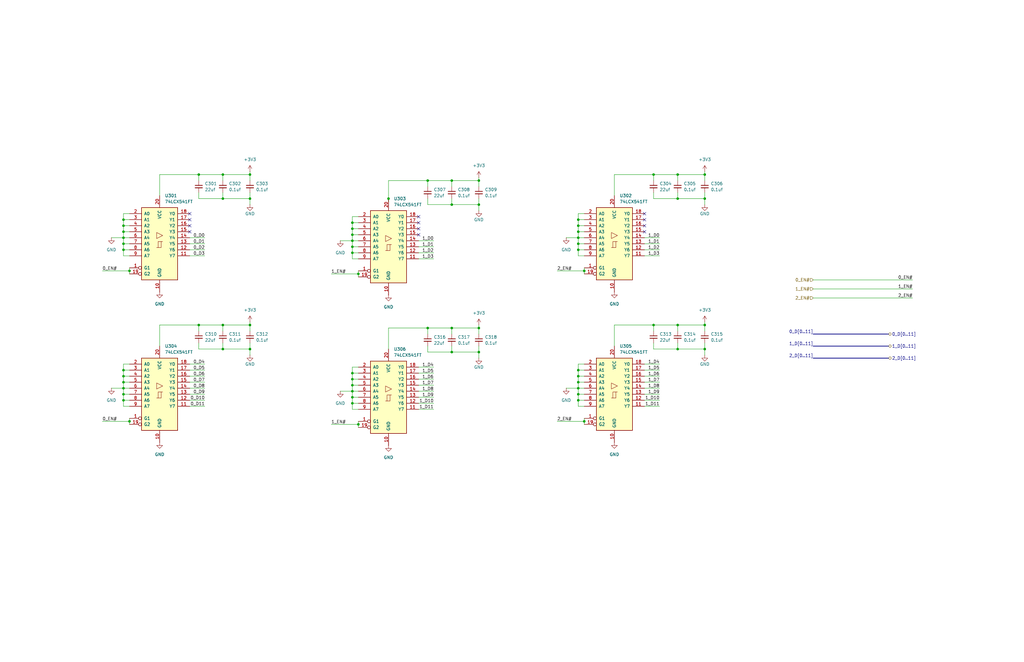
<source format=kicad_sch>
(kicad_sch (version 20231120) (generator "eeschema") (generator_version "8.0")
  (paper "USLedger")
  (lib_symbols
    (symbol "74xx:74LS541" (pin_names (offset 1.016))
      (property "Reference" "U" (at -7.62 16.51 0))
      (property "Value" "74LS541" (at -7.62 -16.51 0))
      (symbol "74LS541_1_0"
        (polyline (pts (xy -0.635 -1.6002) (xy -0.635 0.9398) (xy 0.635 0.9398)))
        (polyline (pts (xy -1.27 -1.6002) (xy 0.635 -1.6002) (xy 0.635 0.9398) (xy 1.27 0.9398)))
        (polyline (pts (xy 1.27 3.4798) (xy -1.27 4.7498) (xy -1.27 2.2098) (xy 1.27 3.4798)) (stroke (width 0.1524)))
        (pin input inverted (at -12.7 -10.16 0) (length 5.08) (name "G1") (number "1"))
        (pin power_in line (at 0 -20.32 90) (length 5.08) (name "GND") (number "10"))
        (pin tri_state line (at 12.7 -5.08 180) (length 5.08) (name "Y7") (number "11"))
        (pin tri_state line (at 12.7 -2.54 180) (length 5.08) (name "Y6") (number "12"))
        (pin tri_state line (at 12.7 0 180) (length 5.08) (name "Y5") (number "13"))
        (pin tri_state line (at 12.7 2.54 180) (length 5.08) (name "Y4") (number "14"))
        (pin tri_state line (at 12.7 5.08 180) (length 5.08) (name "Y3") (number "15"))
        (pin tri_state line (at 12.7 7.62 180) (length 5.08) (name "Y2") (number "16"))
        (pin tri_state line (at 12.7 10.16 180) (length 5.08) (name "Y1") (number "17"))
        (pin tri_state line (at 12.7 12.7 180) (length 5.08) (name "Y0") (number "18"))
        (pin input inverted (at -12.7 -12.7 0) (length 5.08) (name "G2") (number "19"))
        (pin input line (at -12.7 12.7 0) (length 5.08) (name "A0") (number "2"))
        (pin power_in line (at 0 20.32 270) (length 5.08) (name "VCC") (number "20"))
        (pin input line (at -12.7 10.16 0) (length 5.08) (name "A1") (number "3"))
        (pin input line (at -12.7 7.62 0) (length 5.08) (name "A2") (number "4"))
        (pin input line (at -12.7 5.08 0) (length 5.08) (name "A3") (number "5"))
        (pin input line (at -12.7 2.54 0) (length 5.08) (name "A4") (number "6"))
        (pin input line (at -12.7 0 0) (length 5.08) (name "A5") (number "7"))
        (pin input line (at -12.7 -2.54 0) (length 5.08) (name "A6") (number "8"))
        (pin input line (at -12.7 -5.08 0) (length 5.08) (name "A7") (number "9"))
      )
      (symbol "74LS541_1_1"
        (rectangle (start -7.62 15.24) (end 7.62 -15.24) (stroke (width 0.254)) (fill (type background)))
      )
    )
    (symbol "74xx:74LS573" (pin_names (offset 1.016))
      (property "Reference" "U" (at -7.62 16.51 0))
      (property "Value" "74LS573" (at -7.62 -16.51 0))
      (symbol "74LS573_1_0"
        (pin input inverted (at -12.7 -12.7 0) (length 5.08) (name "OE") (number "1"))
        (pin power_in line (at 0 -20.32 90) (length 5.08) (name "GND") (number "10"))
        (pin input line (at -12.7 -10.16 0) (length 5.08) (name "Load") (number "11"))
        (pin tri_state line (at 12.7 -5.08 180) (length 5.08) (name "Q7") (number "12"))
        (pin tri_state line (at 12.7 -2.54 180) (length 5.08) (name "Q6") (number "13"))
        (pin tri_state line (at 12.7 0 180) (length 5.08) (name "Q5") (number "14"))
        (pin tri_state line (at 12.7 2.54 180) (length 5.08) (name "Q4") (number "15"))
        (pin tri_state line (at 12.7 5.08 180) (length 5.08) (name "Q3") (number "16"))
        (pin tri_state line (at 12.7 7.62 180) (length 5.08) (name "Q2") (number "17"))
        (pin tri_state line (at 12.7 10.16 180) (length 5.08) (name "Q1") (number "18"))
        (pin tri_state line (at 12.7 12.7 180) (length 5.08) (name "Q0") (number "19"))
        (pin input line (at -12.7 12.7 0) (length 5.08) (name "D0") (number "2"))
        (pin power_in line (at 0 20.32 270) (length 5.08) (name "VCC") (number "20"))
        (pin input line (at -12.7 10.16 0) (length 5.08) (name "D1") (number "3"))
        (pin input line (at -12.7 7.62 0) (length 5.08) (name "D2") (number "4"))
        (pin input line (at -12.7 5.08 0) (length 5.08) (name "D3") (number "5"))
        (pin input line (at -12.7 2.54 0) (length 5.08) (name "D4") (number "6"))
        (pin input line (at -12.7 0 0) (length 5.08) (name "D5") (number "7"))
        (pin input line (at -12.7 -2.54 0) (length 5.08) (name "D6") (number "8"))
        (pin input line (at -12.7 -5.08 0) (length 5.08) (name "D7") (number "9"))
      )
      (symbol "74LS573_1_1"
        (rectangle (start -7.62 15.24) (end 7.62 -15.24) (stroke (width 0.254)) (fill (type background)))
      )
    )
    (symbol "Device:C_Small" (pin_numbers hide) (pin_names (offset 0.254) hide)
      (property "Reference" "C" (at 0.254 1.778 0))
      (property "Value" "C_Small" (at 0.254 -2.032 0))
      (symbol "C_Small_0_1"
        (polyline (pts (xy -1.524 -0.508) (xy 1.524 -0.508)) (stroke (width 0.3302)))
        (polyline (pts (xy -1.524 0.508) (xy 1.524 0.508)) (stroke (width 0.3048)))
      )
      (symbol "C_Small_1_1"
        (pin passive line (at 0 2.54 270) (length 2.032) (name "~") (number "1"))
        (pin passive line (at 0 -2.54 90) (length 2.032) (name "~") (number "2"))
      )
    )
    (symbol "power:+3V3" (power) (pin_numbers hide) (pin_names (offset 0) hide)
      (property "Value" "+3V3" (at 0 3.556 0))
      (symbol "+3V3_0_1"
        (polyline (pts (xy -0.762 1.27) (xy 0 2.54)))
        (polyline (pts (xy 0 0) (xy 0 2.54)))
        (polyline (pts (xy 0 2.54) (xy 0.762 1.27)))
      )
      (symbol "+3V3_1_1"
        (pin power_in line (at 0 0 90) (length 0) (name "~") (number "1"))
      )
    )
    (symbol "power:GND" (power) (pin_numbers hide) (pin_names (offset 0) hide)
      (property "Value" "GND" (at 0 -3.81 0))
      (symbol "GND_0_1"
        (polyline (pts (xy 0 0) (xy 0 -1.27) (xy 1.27 -1.27) (xy 0 -2.54) (xy -1.27 -1.27) (xy 0 -1.27)))
      )
      (symbol "GND_1_1"
        (pin power_in line (at 0 0 270) (length 0) (name "~") (number "1"))
      )
    )
  )
  (junction (at 52.07 97.79))
  (junction (at 52.07 163.83))
  (junction (at 285.75 83.82))
  (junction (at 148.59 165.1))
  (junction (at 243.84 158.75))
  (junction (at 105.41 137.16))
  (junction (at 246.38 114.3))
  (junction (at 243.84 163.83))
  (junction (at 190.5 86.36))
  (junction (at 190.5 76.2))
  (junction (at 93.98 73.66))
  (junction (at 148.59 101.6))
  (junction (at 243.84 97.79))
  (junction (at 52.07 95.25))
  (junction (at 148.59 160.02))
  (junction (at 243.84 166.37))
  (junction (at 243.84 92.71))
  (junction (at 297.18 147.32))
  (junction (at 243.84 100.33))
  (junction (at 148.59 93.98))
  (junction (at 52.07 166.37))
  (junction (at 297.18 137.16))
  (junction (at 180.34 76.2))
  (junction (at 285.75 137.16))
  (junction (at 190.5 138.43))
  (junction (at 285.75 147.32))
  (junction (at 297.18 83.82))
  (junction (at 275.59 137.16))
  (junction (at 243.84 156.21))
  (junction (at 52.07 102.87))
  (junction (at 243.84 105.41))
  (junction (at 148.59 99.06))
  (junction (at 243.84 102.87))
  (junction (at 180.34 138.43))
  (junction (at 54.61 114.3))
  (junction (at 52.07 105.41))
  (junction (at 201.93 138.43))
  (junction (at 148.59 104.14))
  (junction (at 52.07 158.75))
  (junction (at 148.59 96.52))
  (junction (at 201.93 76.2))
  (junction (at 285.75 73.66))
  (junction (at 54.61 177.8))
  (junction (at 148.59 170.18))
  (junction (at 148.59 162.56))
  (junction (at 52.07 161.29))
  (junction (at 201.93 86.36))
  (junction (at 243.84 168.91))
  (junction (at 275.59 73.66))
  (junction (at 83.82 73.66))
  (junction (at 243.84 95.25))
  (junction (at 52.07 168.91))
  (junction (at 148.59 157.48))
  (junction (at 190.5 148.59))
  (junction (at 93.98 137.16))
  (junction (at 148.59 167.64))
  (junction (at 148.59 106.68))
  (junction (at 151.13 115.57))
  (junction (at 52.07 100.33))
  (junction (at 105.41 147.32))
  (junction (at 297.18 73.66))
  (junction (at 201.93 148.59))
  (junction (at 52.07 92.71))
  (junction (at 151.13 179.07))
  (junction (at 246.38 177.8))
  (junction (at 83.82 137.16))
  (junction (at 52.07 156.21))
  (junction (at 93.98 147.32))
  (junction (at 105.41 83.82))
  (junction (at 163.83 83.82))
  (junction (at 243.84 161.29))
  (junction (at 93.98 83.82))
  (junction (at 105.41 73.66))
  (no_connect (at 80.01 90.17))
  (no_connect (at 80.01 95.25))
  (no_connect (at 80.01 92.71))
  (no_connect (at 271.78 95.25))
  (no_connect (at 176.53 91.44))
  (no_connect (at 271.78 92.71))
  (no_connect (at 271.78 90.17))
  (no_connect (at 176.53 99.06))
  (no_connect (at 176.53 96.52))
  (no_connect (at 80.01 97.79))
  (no_connect (at 176.53 93.98))
  (no_connect (at 271.78 97.79))
  (wire (pts (xy 148.59 106.68) (xy 148.59 109.22)))
  (wire (pts (xy 80.01 171.45) (xy 86.36 171.45)))
  (wire (pts (xy 148.59 96.52) (xy 148.59 99.06)))
  (wire (pts (xy 52.07 95.25) (xy 54.61 95.25)))
  (wire (pts (xy 148.59 99.06) (xy 148.59 101.6)))
  (wire (pts (xy 297.18 81.28) (xy 297.18 83.82)))
  (wire (pts (xy 297.18 147.32) (xy 297.18 149.86)))
  (wire (pts (xy 83.82 83.82) (xy 93.98 83.82)))
  (wire (pts (xy 67.31 146.05) (xy 67.31 137.16)))
  (wire (pts (xy 52.07 92.71) (xy 54.61 92.71)))
  (wire (pts (xy 80.01 158.75) (xy 86.36 158.75)))
  (wire (pts (xy 148.59 172.72) (xy 151.13 172.72)))
  (wire (pts (xy 52.07 161.29) (xy 54.61 161.29)))
  (wire (pts (xy 190.5 146.05) (xy 190.5 148.59)))
  (wire (pts (xy 176.53 172.72) (xy 182.88 172.72)))
  (wire (pts (xy 243.84 161.29) (xy 243.84 163.83)))
  (wire (pts (xy 93.98 73.66) (xy 105.41 73.66)))
  (wire (pts (xy 271.78 161.29) (xy 278.13 161.29)))
  (wire (pts (xy 52.07 168.91) (xy 54.61 168.91)))
  (wire (pts (xy 52.07 171.45) (xy 54.61 171.45)))
  (wire (pts (xy 148.59 91.44) (xy 151.13 91.44)))
  (wire (pts (xy 201.93 146.05) (xy 201.93 148.59)))
  (wire (pts (xy 93.98 81.28) (xy 93.98 83.82)))
  (wire (pts (xy 80.01 161.29) (xy 86.36 161.29)))
  (wire (pts (xy 246.38 176.53) (xy 246.38 177.8)))
  (wire (pts (xy 83.82 73.66) (xy 93.98 73.66)))
  (wire (pts (xy 176.53 154.94) (xy 182.88 154.94)))
  (wire (pts (xy 176.53 109.22) (xy 182.88 109.22)))
  (wire (pts (xy 83.82 137.16) (xy 93.98 137.16)))
  (wire (pts (xy 243.84 107.95) (xy 246.38 107.95)))
  (wire (pts (xy 342.9 118.11) (xy 384.81 118.11)))
  (wire (pts (xy 271.78 105.41) (xy 278.13 105.41)))
  (wire (pts (xy 151.13 114.3) (xy 151.13 115.57)))
  (wire (pts (xy 52.07 161.29) (xy 52.07 163.83)))
  (wire (pts (xy 297.18 83.82) (xy 297.18 86.36)))
  (wire (pts (xy 297.18 135.89) (xy 297.18 137.16)))
  (wire (pts (xy 234.95 114.3) (xy 246.38 114.3)))
  (wire (pts (xy 180.34 148.59) (xy 190.5 148.59)))
  (wire (pts (xy 83.82 81.28) (xy 83.82 83.82)))
  (wire (pts (xy 243.84 92.71) (xy 246.38 92.71)))
  (wire (pts (xy 243.84 156.21) (xy 246.38 156.21)))
  (wire (pts (xy 243.84 156.21) (xy 243.84 158.75)))
  (wire (pts (xy 52.07 97.79) (xy 54.61 97.79)))
  (wire (pts (xy 180.34 86.36) (xy 190.5 86.36)))
  (wire (pts (xy 148.59 165.1) (xy 148.59 167.64)))
  (wire (pts (xy 52.07 105.41) (xy 52.07 107.95)))
  (wire (pts (xy 105.41 83.82) (xy 105.41 86.36)))
  (wire (pts (xy 105.41 137.16) (xy 105.41 139.7)))
  (wire (pts (xy 190.5 83.82) (xy 190.5 86.36)))
  (wire (pts (xy 52.07 107.95) (xy 54.61 107.95)))
  (wire (pts (xy 67.31 137.16) (xy 83.82 137.16)))
  (wire (pts (xy 180.34 140.97) (xy 180.34 138.43)))
  (wire (pts (xy 52.07 163.83) (xy 52.07 166.37)))
  (wire (pts (xy 52.07 95.25) (xy 52.07 97.79)))
  (wire (pts (xy 93.98 147.32) (xy 105.41 147.32)))
  (wire (pts (xy 243.84 153.67) (xy 243.84 156.21)))
  (wire (pts (xy 163.83 147.32) (xy 163.83 138.43)))
  (wire (pts (xy 46.99 100.33) (xy 52.07 100.33)))
  (wire (pts (xy 275.59 81.28) (xy 275.59 83.82)))
  (wire (pts (xy 243.84 158.75) (xy 246.38 158.75)))
  (wire (pts (xy 52.07 156.21) (xy 52.07 158.75)))
  (wire (pts (xy 180.34 138.43) (xy 190.5 138.43)))
  (wire (pts (xy 243.84 161.29) (xy 246.38 161.29)))
  (wire (pts (xy 246.38 177.8) (xy 246.38 179.07)))
  (wire (pts (xy 190.5 76.2) (xy 190.5 78.74)))
  (wire (pts (xy 243.84 100.33) (xy 243.84 102.87)))
  (wire (pts (xy 271.78 153.67) (xy 278.13 153.67)))
  (wire (pts (xy 83.82 144.78) (xy 83.82 147.32)))
  (wire (pts (xy 80.01 105.41) (xy 86.36 105.41)))
  (wire (pts (xy 271.78 158.75) (xy 278.13 158.75)))
  (wire (pts (xy 243.84 166.37) (xy 246.38 166.37)))
  (wire (pts (xy 238.76 100.33) (xy 243.84 100.33)))
  (wire (pts (xy 243.84 97.79) (xy 246.38 97.79)))
  (wire (pts (xy 83.82 139.7) (xy 83.82 137.16)))
  (wire (pts (xy 139.7 179.07) (xy 151.13 179.07)))
  (wire (pts (xy 80.01 100.33) (xy 86.36 100.33)))
  (wire (pts (xy 151.13 115.57) (xy 151.13 116.84)))
  (wire (pts (xy 246.38 114.3) (xy 246.38 115.57)))
  (wire (pts (xy 52.07 90.17) (xy 52.07 92.71)))
  (wire (pts (xy 285.75 73.66) (xy 285.75 76.2)))
  (wire (pts (xy 80.01 163.83) (xy 86.36 163.83)))
  (wire (pts (xy 148.59 104.14) (xy 148.59 106.68)))
  (wire (pts (xy 143.51 165.1) (xy 148.59 165.1)))
  (wire (pts (xy 83.82 147.32) (xy 93.98 147.32)))
  (wire (pts (xy 148.59 96.52) (xy 151.13 96.52)))
  (wire (pts (xy 52.07 92.71) (xy 52.07 95.25)))
  (wire (pts (xy 176.53 170.18) (xy 182.88 170.18)))
  (wire (pts (xy 201.93 83.82) (xy 201.93 86.36)))
  (wire (pts (xy 201.93 74.93) (xy 201.93 76.2)))
  (wire (pts (xy 148.59 162.56) (xy 148.59 165.1)))
  (wire (pts (xy 105.41 135.89) (xy 105.41 137.16)))
  (wire (pts (xy 180.34 78.74) (xy 180.34 76.2)))
  (wire (pts (xy 201.93 148.59) (xy 201.93 151.13)))
  (wire (pts (xy 139.7 115.57) (xy 151.13 115.57)))
  (wire (pts (xy 190.5 76.2) (xy 201.93 76.2)))
  (wire (pts (xy 243.84 97.79) (xy 243.84 100.33)))
  (wire (pts (xy 80.01 107.95) (xy 86.36 107.95)))
  (wire (pts (xy 275.59 83.82) (xy 285.75 83.82)))
  (wire (pts (xy 201.93 76.2) (xy 201.93 78.74)))
  (wire (pts (xy 52.07 158.75) (xy 54.61 158.75)))
  (wire (pts (xy 148.59 170.18) (xy 151.13 170.18)))
  (wire (pts (xy 243.84 95.25) (xy 243.84 97.79)))
  (wire (pts (xy 54.61 114.3) (xy 54.61 115.57)))
  (wire (pts (xy 148.59 160.02) (xy 148.59 162.56)))
  (wire (pts (xy 176.53 160.02) (xy 182.88 160.02)))
  (wire (pts (xy 243.84 90.17) (xy 246.38 90.17)))
  (wire (pts (xy 148.59 99.06) (xy 151.13 99.06)))
  (wire (pts (xy 201.93 137.16) (xy 201.93 138.43)))
  (wire (pts (xy 105.41 73.66) (xy 105.41 76.2)))
  (wire (pts (xy 275.59 139.7) (xy 275.59 137.16)))
  (wire (pts (xy 43.18 177.8) (xy 54.61 177.8)))
  (wire (pts (xy 80.01 102.87) (xy 86.36 102.87)))
  (wire (pts (xy 52.07 156.21) (xy 54.61 156.21)))
  (wire (pts (xy 243.84 168.91) (xy 246.38 168.91)))
  (wire (pts (xy 52.07 97.79) (xy 52.07 100.33)))
  (wire (pts (xy 271.78 156.21) (xy 278.13 156.21)))
  (wire (pts (xy 151.13 177.8) (xy 151.13 179.07)))
  (wire (pts (xy 105.41 144.78) (xy 105.41 147.32)))
  (wire (pts (xy 190.5 138.43) (xy 190.5 140.97)))
  (wire (pts (xy 285.75 73.66) (xy 297.18 73.66)))
  (wire (pts (xy 52.07 102.87) (xy 54.61 102.87)))
  (wire (pts (xy 46.99 163.83) (xy 52.07 163.83)))
  (wire (pts (xy 52.07 166.37) (xy 52.07 168.91)))
  (wire (pts (xy 285.75 83.82) (xy 297.18 83.82)))
  (wire (pts (xy 163.83 85.09) (xy 163.83 83.82)))
  (wire (pts (xy 52.07 153.67) (xy 52.07 156.21)))
  (wire (pts (xy 243.84 105.41) (xy 246.38 105.41)))
  (wire (pts (xy 275.59 144.78) (xy 275.59 147.32)))
  (wire (pts (xy 271.78 107.95) (xy 278.13 107.95)))
  (wire (pts (xy 238.76 163.83) (xy 243.84 163.83)))
  (wire (pts (xy 243.84 166.37) (xy 243.84 168.91)))
  (bus (pts (xy 342.9 140.97) (xy 374.65 140.97)))
  (wire (pts (xy 243.84 90.17) (xy 243.84 92.71)))
  (wire (pts (xy 93.98 73.66) (xy 93.98 76.2)))
  (wire (pts (xy 52.07 100.33) (xy 52.07 102.87)))
  (wire (pts (xy 190.5 148.59) (xy 201.93 148.59)))
  (wire (pts (xy 80.01 156.21) (xy 86.36 156.21)))
  (wire (pts (xy 52.07 105.41) (xy 54.61 105.41)))
  (wire (pts (xy 297.18 73.66) (xy 297.18 76.2)))
  (wire (pts (xy 176.53 162.56) (xy 182.88 162.56)))
  (bus (pts (xy 342.9 146.05) (xy 374.65 146.05)))
  (wire (pts (xy 148.59 101.6) (xy 148.59 104.14)))
  (wire (pts (xy 52.07 166.37) (xy 54.61 166.37)))
  (wire (pts (xy 148.59 160.02) (xy 151.13 160.02)))
  (wire (pts (xy 243.84 158.75) (xy 243.84 161.29)))
  (wire (pts (xy 148.59 101.6) (xy 151.13 101.6)))
  (wire (pts (xy 176.53 167.64) (xy 182.88 167.64)))
  (wire (pts (xy 52.07 102.87) (xy 52.07 105.41)))
  (wire (pts (xy 285.75 147.32) (xy 297.18 147.32)))
  (wire (pts (xy 80.01 168.91) (xy 86.36 168.91)))
  (wire (pts (xy 52.07 100.33) (xy 54.61 100.33)))
  (wire (pts (xy 148.59 167.64) (xy 151.13 167.64)))
  (wire (pts (xy 148.59 109.22) (xy 151.13 109.22)))
  (wire (pts (xy 176.53 101.6) (xy 182.88 101.6)))
  (wire (pts (xy 342.9 125.73) (xy 384.81 125.73)))
  (wire (pts (xy 43.18 114.3) (xy 54.61 114.3)))
  (wire (pts (xy 259.08 73.66) (xy 275.59 73.66)))
  (wire (pts (xy 105.41 81.28) (xy 105.41 83.82)))
  (wire (pts (xy 163.83 76.2) (xy 180.34 76.2)))
  (wire (pts (xy 259.08 82.55) (xy 259.08 73.66)))
  (wire (pts (xy 176.53 106.68) (xy 182.88 106.68)))
  (wire (pts (xy 67.31 73.66) (xy 83.82 73.66)))
  (wire (pts (xy 180.34 83.82) (xy 180.34 86.36)))
  (wire (pts (xy 297.18 72.39) (xy 297.18 73.66)))
  (wire (pts (xy 246.38 113.03) (xy 246.38 114.3)))
  (wire (pts (xy 105.41 147.32) (xy 105.41 149.86)))
  (wire (pts (xy 243.84 105.41) (xy 243.84 107.95)))
  (wire (pts (xy 83.82 76.2) (xy 83.82 73.66)))
  (wire (pts (xy 52.07 163.83) (xy 54.61 163.83)))
  (wire (pts (xy 176.53 165.1) (xy 182.88 165.1)))
  (wire (pts (xy 180.34 146.05) (xy 180.34 148.59)))
  (wire (pts (xy 163.83 138.43) (xy 180.34 138.43)))
  (wire (pts (xy 93.98 83.82) (xy 105.41 83.82)))
  (wire (pts (xy 148.59 91.44) (xy 148.59 93.98)))
  (wire (pts (xy 93.98 137.16) (xy 93.98 139.7)))
  (wire (pts (xy 243.84 168.91) (xy 243.84 171.45)))
  (wire (pts (xy 259.08 146.05) (xy 259.08 137.16)))
  (wire (pts (xy 93.98 137.16) (xy 105.41 137.16)))
  (wire (pts (xy 151.13 179.07) (xy 151.13 180.34)))
  (wire (pts (xy 243.84 102.87) (xy 246.38 102.87)))
  (wire (pts (xy 243.84 153.67) (xy 246.38 153.67)))
  (wire (pts (xy 148.59 157.48) (xy 151.13 157.48)))
  (wire (pts (xy 285.75 137.16) (xy 297.18 137.16)))
  (wire (pts (xy 342.9 121.92) (xy 384.81 121.92)))
  (bus (pts (xy 342.9 151.13) (xy 374.65 151.13)))
  (wire (pts (xy 105.41 72.39) (xy 105.41 73.66)))
  (wire (pts (xy 148.59 167.64) (xy 148.59 170.18)))
  (wire (pts (xy 285.75 81.28) (xy 285.75 83.82)))
  (wire (pts (xy 271.78 100.33) (xy 278.13 100.33)))
  (wire (pts (xy 201.93 138.43) (xy 201.93 140.97)))
  (wire (pts (xy 285.75 137.16) (xy 285.75 139.7)))
  (wire (pts (xy 148.59 93.98) (xy 148.59 96.52)))
  (wire (pts (xy 148.59 165.1) (xy 151.13 165.1)))
  (wire (pts (xy 148.59 106.68) (xy 151.13 106.68)))
  (wire (pts (xy 243.84 163.83) (xy 243.84 166.37)))
  (wire (pts (xy 54.61 177.8) (xy 54.61 179.07)))
  (wire (pts (xy 285.75 144.78) (xy 285.75 147.32)))
  (wire (pts (xy 163.83 83.82) (xy 163.83 76.2)))
  (wire (pts (xy 297.18 137.16) (xy 297.18 139.7)))
  (wire (pts (xy 271.78 163.83) (xy 278.13 163.83)))
  (wire (pts (xy 148.59 170.18) (xy 148.59 172.72)))
  (wire (pts (xy 176.53 104.14) (xy 182.88 104.14)))
  (wire (pts (xy 190.5 138.43) (xy 201.93 138.43)))
  (wire (pts (xy 52.07 168.91) (xy 52.07 171.45)))
  (wire (pts (xy 52.07 158.75) (xy 52.07 161.29)))
  (wire (pts (xy 271.78 171.45) (xy 278.13 171.45)))
  (wire (pts (xy 271.78 102.87) (xy 278.13 102.87)))
  (wire (pts (xy 52.07 90.17) (xy 54.61 90.17)))
  (wire (pts (xy 243.84 102.87) (xy 243.84 105.41)))
  (wire (pts (xy 143.51 101.6) (xy 148.59 101.6)))
  (wire (pts (xy 148.59 162.56) (xy 151.13 162.56)))
  (wire (pts (xy 275.59 76.2) (xy 275.59 73.66)))
  (wire (pts (xy 234.95 177.8) (xy 246.38 177.8)))
  (wire (pts (xy 190.5 86.36) (xy 201.93 86.36)))
  (wire (pts (xy 201.93 86.36) (xy 201.93 88.9)))
  (wire (pts (xy 271.78 168.91) (xy 278.13 168.91)))
  (wire (pts (xy 180.34 76.2) (xy 190.5 76.2)))
  (wire (pts (xy 243.84 163.83) (xy 246.38 163.83)))
  (wire (pts (xy 148.59 104.14) (xy 151.13 104.14)))
  (wire (pts (xy 54.61 113.03) (xy 54.61 114.3)))
  (wire (pts (xy 275.59 73.66) (xy 285.75 73.66)))
  (wire (pts (xy 243.84 92.71) (xy 243.84 95.25)))
  (wire (pts (xy 297.18 144.78) (xy 297.18 147.32)))
  (wire (pts (xy 80.01 153.67) (xy 86.36 153.67)))
  (wire (pts (xy 148.59 93.98) (xy 151.13 93.98)))
  (wire (pts (xy 148.59 154.94) (xy 151.13 154.94)))
  (wire (pts (xy 259.08 137.16) (xy 275.59 137.16)))
  (wire (pts (xy 243.84 171.45) (xy 246.38 171.45)))
  (wire (pts (xy 80.01 166.37) (xy 86.36 166.37)))
  (wire (pts (xy 54.61 176.53) (xy 54.61 177.8)))
  (wire (pts (xy 148.59 154.94) (xy 148.59 157.48)))
  (wire (pts (xy 93.98 144.78) (xy 93.98 147.32)))
  (wire (pts (xy 243.84 100.33) (xy 246.38 100.33)))
  (wire (pts (xy 176.53 157.48) (xy 182.88 157.48)))
  (wire (pts (xy 67.31 82.55) (xy 67.31 73.66)))
  (wire (pts (xy 52.07 153.67) (xy 54.61 153.67)))
  (wire (pts (xy 271.78 166.37) (xy 278.13 166.37)))
  (wire (pts (xy 148.59 157.48) (xy 148.59 160.02)))
  (wire (pts (xy 243.84 95.25) (xy 246.38 95.25)))
  (wire (pts (xy 275.59 147.32) (xy 285.75 147.32)))
  (wire (pts (xy 275.59 137.16) (xy 285.75 137.16)))
  (label "0_D[0..11]" (at 342.9 140.97 180))
  (label "1_D6" (at 182.88 160.02 180))
  (label "0_EN#" (at 43.18 114.3 0))
  (label "1_D9" (at 182.88 167.64 180))
  (label "0_D7" (at 86.36 161.29 180))
  (label "1_D11" (at 278.13 171.45 180))
  (label "0_D1" (at 86.36 102.87 180))
  (label "1_D0" (at 182.88 101.6 180))
  (label "2_EN#" (at 234.95 114.3 0))
  (label "1_D5" (at 182.88 157.48 180))
  (label "1_D1" (at 278.13 102.87 180))
  (label "1_D10" (at 278.13 168.91 180))
  (label "1_D4" (at 278.13 153.67 180))
  (label "0_D3" (at 86.36 107.95 180))
  (label "0_D8" (at 86.36 163.83 180))
  (label "1_EN#" (at 384.81 121.92 180))
  (label "0_D4" (at 86.36 153.67 180))
  (label "0_EN#" (at 43.18 177.8 0))
  (label "0_D5" (at 86.36 156.21 180))
  (label "0_D6" (at 86.36 158.75 180))
  (label "1_D7" (at 182.88 162.56 180))
  (label "1_D10" (at 182.88 170.18 180))
  (label "1_EN#" (at 139.7 115.57 0))
  (label "1_D11" (at 182.88 172.72 180))
  (label "1_D0" (at 278.13 100.33 180))
  (label "0_D11" (at 86.36 171.45 180))
  (label "1_D[0..11]" (at 342.9 146.05 180))
  (label "2_D[0..11]" (at 342.9 151.13 180))
  (label "1_D7" (at 278.13 161.29 180))
  (label "1_D3" (at 278.13 107.95 180))
  (label "2_EN#" (at 384.81 125.73 180))
  (label "1_D8" (at 182.88 165.1 180))
  (label "1_D9" (at 278.13 166.37 180))
  (label "0_D0" (at 86.36 100.33 180))
  (label "1_D3" (at 182.88 109.22 180))
  (label "1_D5" (at 278.13 156.21 180))
  (label "0_D2" (at 86.36 105.41 180))
  (label "0_D9" (at 86.36 166.37 180))
  (label "2_EN#" (at 234.95 177.8 0))
  (label "1_D8" (at 278.13 163.83 180))
  (label "1_D1" (at 182.88 104.14 180))
  (label "1_D2" (at 278.13 105.41 180))
  (label "1_D6" (at 278.13 158.75 180))
  (label "0_D10" (at 86.36 168.91 180))
  (label "0_EN#" (at 384.81 118.11 180))
  (label "1_EN#" (at 139.7 179.07 0))
  (label "1_D2" (at 182.88 106.68 180))
  (label "1_D4" (at 182.88 154.94 180))
  (hierarchical_label "2_D[0..11]" (shape tri_state) (at 374.65 151.13 0))
  (hierarchical_label "0_EN#" (shape input) (at 342.9 118.11 180))
  (hierarchical_label "0_D[0..11]" (shape tri_state) (at 374.65 140.97 0))
  (hierarchical_label "1_EN#" (shape input) (at 342.9 121.92 180))
  (hierarchical_label "2_EN#" (shape input) (at 342.9 125.73 180))
  (hierarchical_label "1_D[0..11]" (shape tri_state) (at 374.65 146.05 0))
  (symbol (lib_id "power:GND") (at 297.18 149.86 0) (unit 1)
    (property "Reference" "#PWR0317" (effects (hide yes)))
    (property "Value" "GND" (at 297.18 153.67 0))
    (property "Description" "Power symbol creates a global label with name \"GND\" , ground" (effects (hide yes)))
  )
  (symbol (lib_id "power:GND") (at 105.41 149.86 0) (unit 1)
    (property "Reference" "#PWR0316" (effects (hide yes)))
    (property "Value" "GND" (at 105.41 153.67 0))
    (property "Description" "Power symbol creates a global label with name \"GND\" , ground" (effects (hide yes)))
  )
  (symbol (lib_id "power:GND") (at 105.41 86.36 0) (unit 1)
    (property "Reference" "#PWR0304" (effects (hide yes)))
    (property "Value" "GND" (at 105.41 90.17 0))
    (property "Description" "Power symbol creates a global label with name \"GND\" , ground" (effects (hide yes)))
  )
  (symbol (lib_id "Device:C_Small") (at 105.41 142.24 0) (unit 1)
    (property "Reference" "C312" (at 107.95 140.9762 0) (effects (justify left)))
    (property "Value" "0.1uf" (at 107.95 143.5162 0) (effects (justify left)))
    (property "Footprint" "Capacitor_SMD:C_0402_1005Metric" (effects (hide yes)))
    (property "Description" "Unpolarized capacitor, small symbol" (effects (hide yes)))
    (property "LCSC Part #" "C1525" (effects (hide yes)))
    (property "Digi-Key Part Number" "490-6328-1-ND" (effects (hide yes)))
  )
  (symbol (lib_id "power:GND") (at 238.76 100.33 0) (unit 1)
    (property "Reference" "#PWR0308" (effects (hide yes)))
    (property "Value" "GND" (at 238.76 105.41 0))
    (property "Description" "Power symbol creates a global label with name \"GND\" , ground" (effects (hide yes)))
  )
  (symbol (lib_id "Device:C_Small") (at 83.82 78.74 0) (unit 1)
    (property "Reference" "C301" (at 86.36 77.4762 0) (effects (justify left)))
    (property "Value" "22uf" (at 86.36 80.0162 0) (effects (justify left)))
    (property "Footprint" "Capacitor_SMD:C_0603_1608Metric" (effects (hide yes)))
    (property "Description" "Unpolarized capacitor, small symbol" (effects (hide yes)))
    (property "LCSC Part #" "C59461" (effects (hide yes)))
    (property "Digi-Key Part Number" "490-7611-1-ND" (effects (hide yes)))
  )
  (symbol (lib_id "74xx:74LS541") (at 67.31 166.37 0) (unit 1)
    (property "Reference" "U304" (at 69.5041 146.05 0) (effects (justify left)))
    (property "Value" "74LCX541FT" (at 69.5041 148.59 0) (effects (justify left)))
    (property "Footprint" "Package_SO:SSOP-20_4.4x6.5mm_P0.65mm" (effects (hide yes)))
    (property "Datasheet" "http://www.ti.com/lit/gpn/sn74LS541" (effects (hide yes)))
    (property "Description" "8-bit Buffer/Line Driver 3-state outputs" (effects (hide yes)))
    (property "LCSC Part #" "C7194124" (effects (hide yes)))
  )
  (symbol (lib_id "Device:C_Small") (at 105.41 78.74 0) (unit 1)
    (property "Reference" "C303" (at 107.95 77.4762 0) (effects (justify left)))
    (property "Value" "0.1uf" (at 107.95 80.0162 0) (effects (justify left)))
    (property "Footprint" "Capacitor_SMD:C_0402_1005Metric" (effects (hide yes)))
    (property "Description" "Unpolarized capacitor, small symbol" (effects (hide yes)))
    (property "LCSC Part #" "C1525" (effects (hide yes)))
    (property "Digi-Key Part Number" "490-6328-1-ND" (effects (hide yes)))
  )
  (symbol (lib_id "Device:C_Small") (at 297.18 142.24 0) (unit 1)
    (property "Reference" "C315" (at 299.72 140.9762 0) (effects (justify left)))
    (property "Value" "0.1uf" (at 299.72 143.5162 0) (effects (justify left)))
    (property "Footprint" "Capacitor_SMD:C_0402_1005Metric" (effects (hide yes)))
    (property "Description" "Unpolarized capacitor, small symbol" (effects (hide yes)))
    (property "LCSC Part #" "C1525" (effects (hide yes)))
    (property "Digi-Key Part Number" "490-6328-1-ND" (effects (hide yes)))
  )
  (symbol (lib_id "power:GND") (at 67.31 123.19 0) (unit 1)
    (property "Reference" "#PWR0310" (effects (hide yes)))
    (property "Value" "GND" (at 67.31 128.27 0))
    (property "Description" "Power symbol creates a global label with name \"GND\" , ground" (effects (hide yes)))
  )
  (symbol (lib_id "74xx:74LS541") (at 163.83 104.14 0) (unit 1)
    (property "Reference" "U303" (at 166.0241 83.82 0) (effects (justify left)))
    (property "Value" "74LCX541FT" (at 166.0241 86.36 0) (effects (justify left)))
    (property "Footprint" "Package_SO:SSOP-20_4.4x6.5mm_P0.65mm" (effects (hide yes)))
    (property "Datasheet" "http://www.ti.com/lit/gpn/sn74LS541" (effects (hide yes)))
    (property "Description" "8-bit Buffer/Line Driver 3-state outputs" (effects (hide yes)))
    (property "LCSC Part #" "C7194124" (effects (hide yes)))
  )
  (symbol (lib_id "power:GND") (at 163.83 124.46 0) (unit 1)
    (property "Reference" "#PWR0312" (effects (hide yes)))
    (property "Value" "GND" (at 163.83 129.54 0))
    (property "Description" "Power symbol creates a global label with name \"GND\" , ground" (effects (hide yes)))
  )
  (symbol (lib_id "74xx:74LS541") (at 163.83 167.64 0) (unit 1)
    (property "Reference" "U306" (at 166.0241 147.32 0) (effects (justify left)))
    (property "Value" "74LCX541FT" (at 166.0241 149.86 0) (effects (justify left)))
    (property "Footprint" "Package_SO:SSOP-20_4.4x6.5mm_P0.65mm" (effects (hide yes)))
    (property "Datasheet" "http://www.ti.com/lit/gpn/sn74LS541" (effects (hide yes)))
    (property "Description" "8-bit Buffer/Line Driver 3-state outputs" (effects (hide yes)))
    (property "LCSC Part #" "C7194124" (effects (hide yes)))
  )
  (symbol (lib_id "74xx:74LS541") (at 67.31 102.87 0) (unit 1)
    (property "Reference" "U301" (at 69.5041 82.55 0) (effects (justify left)))
    (property "Value" "74LCX541FT" (at 69.5041 85.09 0) (effects (justify left)))
    (property "Footprint" "Package_SO:SSOP-20_4.4x6.5mm_P0.65mm" (effects (hide yes)))
    (property "Datasheet" "http://www.ti.com/lit/gpn/sn74LS541" (effects (hide yes)))
    (property "Description" "8-bit Buffer/Line Driver 3-state outputs" (effects (hide yes)))
    (property "LCSC Part #" "C7194124" (effects (hide yes)))
  )
  (symbol (lib_id "Device:C_Small") (at 201.93 81.28 0) (unit 1)
    (property "Reference" "C309" (at 204.47 80.0162 0) (effects (justify left)))
    (property "Value" "0.1uf" (at 204.47 82.5562 0) (effects (justify left)))
    (property "Footprint" "Capacitor_SMD:C_0402_1005Metric" (effects (hide yes)))
    (property "Description" "Unpolarized capacitor, small symbol" (effects (hide yes)))
    (property "LCSC Part #" "C1525" (effects (hide yes)))
    (property "Digi-Key Part Number" "490-6328-1-ND" (effects (hide yes)))
  )
  (symbol (lib_id "Device:C_Small") (at 83.82 142.24 0) (unit 1)
    (property "Reference" "C310" (at 86.36 140.9762 0) (effects (justify left)))
    (property "Value" "22uf" (at 86.36 143.5162 0) (effects (justify left)))
    (property "Footprint" "Capacitor_SMD:C_0603_1608Metric" (effects (hide yes)))
    (property "Description" "Unpolarized capacitor, small symbol" (effects (hide yes)))
    (property "LCSC Part #" "C59461" (effects (hide yes)))
    (property "Digi-Key Part Number" "490-7611-1-ND" (effects (hide yes)))
  )
  (symbol (lib_id "Device:C_Small") (at 93.98 78.74 0) (unit 1)
    (property "Reference" "C302" (at 96.52 77.4762 0) (effects (justify left)))
    (property "Value" "0.1uf" (at 96.52 80.0162 0) (effects (justify left)))
    (property "Footprint" "Capacitor_SMD:C_0402_1005Metric" (effects (hide yes)))
    (property "Description" "Unpolarized capacitor, small symbol" (effects (hide yes)))
    (property "LCSC Part #" "C1525" (effects (hide yes)))
    (property "Digi-Key Part Number" "490-6328-1-ND" (effects (hide yes)))
  )
  (symbol (lib_id "power:GND") (at 163.83 187.96 0) (unit 1)
    (property "Reference" "#PWR0324" (effects (hide yes)))
    (property "Value" "GND" (at 163.83 193.04 0))
    (property "Description" "Power symbol creates a global label with name \"GND\" , ground" (effects (hide yes)))
  )
  (symbol (lib_id "power:GND") (at 46.99 163.83 0) (unit 1)
    (property "Reference" "#PWR0319" (effects (hide yes)))
    (property "Value" "GND" (at 46.99 168.91 0))
    (property "Description" "Power symbol creates a global label with name \"GND\" , ground" (effects (hide yes)))
  )
  (symbol (lib_id "Device:C_Small") (at 180.34 81.28 0) (unit 1)
    (property "Reference" "C307" (at 182.88 80.0162 0) (effects (justify left)))
    (property "Value" "22uf" (at 182.88 82.5562 0) (effects (justify left)))
    (property "Footprint" "Capacitor_SMD:C_0603_1608Metric" (effects (hide yes)))
    (property "Description" "Unpolarized capacitor, small symbol" (effects (hide yes)))
    (property "LCSC Part #" "C59461" (effects (hide yes)))
    (property "Digi-Key Part Number" "490-7611-1-ND" (effects (hide yes)))
  )
  (symbol (lib_id "power:GND") (at 259.08 123.19 0) (unit 1)
    (property "Reference" "#PWR0311" (effects (hide yes)))
    (property "Value" "GND" (at 259.08 128.27 0))
    (property "Description" "Power symbol creates a global label with name \"GND\" , ground" (effects (hide yes)))
  )
  (symbol (lib_id "power:+3V3") (at 105.41 72.39 0) (unit 1)
    (property "Reference" "#PWR0301" (effects (hide yes)))
    (property "Value" "+3V3" (at 105.41 67.31 0))
    (property "Description" "Power symbol creates a global label with name \"+3V3\"" (effects (hide yes)))
  )
  (symbol (lib_id "Device:C_Small") (at 275.59 78.74 0) (unit 1)
    (property "Reference" "C304" (at 278.13 77.4762 0) (effects (justify left)))
    (property "Value" "22uf" (at 278.13 80.0162 0) (effects (justify left)))
    (property "Footprint" "Capacitor_SMD:C_0603_1608Metric" (effects (hide yes)))
    (property "Description" "Unpolarized capacitor, small symbol" (effects (hide yes)))
    (property "LCSC Part #" "C59461" (effects (hide yes)))
    (property "Digi-Key Part Number" "490-7611-1-ND" (effects (hide yes)))
  )
  (symbol (lib_id "Device:C_Small") (at 201.93 143.51 0) (unit 1)
    (property "Reference" "C318" (at 204.47 142.2462 0) (effects (justify left)))
    (property "Value" "0.1uf" (at 204.47 144.7862 0) (effects (justify left)))
    (property "Footprint" "Capacitor_SMD:C_0402_1005Metric" (effects (hide yes)))
    (property "Description" "Unpolarized capacitor, small symbol" (effects (hide yes)))
    (property "LCSC Part #" "C1525" (effects (hide yes)))
    (property "Digi-Key Part Number" "490-6328-1-ND" (effects (hide yes)))
  )
  (symbol (lib_id "power:+3V3") (at 201.93 137.16 0) (unit 1)
    (property "Reference" "#PWR0315" (effects (hide yes)))
    (property "Value" "+3V3" (at 201.93 132.08 0))
    (property "Description" "Power symbol creates a global label with name \"+3V3\"" (effects (hide yes)))
  )
  (symbol (lib_id "power:GND") (at 201.93 151.13 0) (unit 1)
    (property "Reference" "#PWR0318" (effects (hide yes)))
    (property "Value" "GND" (at 201.93 154.94 0))
    (property "Description" "Power symbol creates a global label with name \"GND\" , ground" (effects (hide yes)))
  )
  (symbol (lib_id "74xx:74LS541") (at 259.08 166.37 0) (unit 1)
    (property "Reference" "U305" (at 261.2741 146.05 0) (effects (justify left)))
    (property "Value" "74LCX541FT" (at 261.2741 148.59 0) (effects (justify left)))
    (property "Footprint" "Package_SO:SSOP-20_4.4x6.5mm_P0.65mm" (effects (hide yes)))
    (property "Datasheet" "http://www.ti.com/lit/gpn/sn74LS541" (effects (hide yes)))
    (property "Description" "8-bit Buffer/Line Driver 3-state outputs" (effects (hide yes)))
    (property "LCSC Part #" "C7194124" (effects (hide yes)))
  )
  (symbol (lib_id "power:GND") (at 143.51 101.6 0) (unit 1)
    (property "Reference" "#PWR0309" (effects (hide yes)))
    (property "Value" "GND" (at 143.51 106.68 0))
    (property "Description" "Power symbol creates a global label with name \"GND\" , ground" (effects (hide yes)))
  )
  (symbol (lib_id "power:GND") (at 238.76 163.83 0) (unit 1)
    (property "Reference" "#PWR0320" (effects (hide yes)))
    (property "Value" "GND" (at 238.76 168.91 0))
    (property "Description" "Power symbol creates a global label with name \"GND\" , ground" (effects (hide yes)))
  )
  (symbol (lib_id "power:GND") (at 297.18 86.36 0) (unit 1)
    (property "Reference" "#PWR0305" (effects (hide yes)))
    (property "Value" "GND" (at 297.18 90.17 0))
    (property "Description" "Power symbol creates a global label with name \"GND\" , ground" (effects (hide yes)))
  )
  (symbol (lib_id "power:+3V3") (at 297.18 72.39 0) (unit 1)
    (property "Reference" "#PWR0302" (effects (hide yes)))
    (property "Value" "+3V3" (at 297.18 67.31 0))
    (property "Description" "Power symbol creates a global label with name \"+3V3\"" (effects (hide yes)))
  )
  (symbol (lib_id "power:+3V3") (at 201.93 74.93 0) (unit 1)
    (property "Reference" "#PWR0303" (effects (hide yes)))
    (property "Value" "+3V3" (at 201.93 69.85 0))
    (property "Description" "Power symbol creates a global label with name \"+3V3\"" (effects (hide yes)))
  )
  (symbol (lib_id "Device:C_Small") (at 180.34 143.51 0) (unit 1)
    (property "Reference" "C316" (at 182.88 142.2462 0) (effects (justify left)))
    (property "Value" "22uf" (at 182.88 144.7862 0) (effects (justify left)))
    (property "Footprint" "Capacitor_SMD:C_0603_1608Metric" (effects (hide yes)))
    (property "Description" "Unpolarized capacitor, small symbol" (effects (hide yes)))
    (property "LCSC Part #" "C59461" (effects (hide yes)))
    (property "Digi-Key Part Number" "490-7611-1-ND" (effects (hide yes)))
  )
  (symbol (lib_id "Device:C_Small") (at 190.5 143.51 0) (unit 1)
    (property "Reference" "C317" (at 193.04 142.2462 0) (effects (justify left)))
    (property "Value" "0.1uf" (at 193.04 144.7862 0) (effects (justify left)))
    (property "Footprint" "Capacitor_SMD:C_0402_1005Metric" (effects (hide yes)))
    (property "Description" "Unpolarized capacitor, small symbol" (effects (hide yes)))
    (property "LCSC Part #" "C1525" (effects (hide yes)))
    (property "Digi-Key Part Number" "490-6328-1-ND" (effects (hide yes)))
  )
  (symbol (lib_id "power:+3V3") (at 105.41 135.89 0) (unit 1)
    (property "Reference" "#PWR0313" (effects (hide yes)))
    (property "Value" "+3V3" (at 105.41 130.81 0))
    (property "Description" "Power symbol creates a global label with name \"+3V3\"" (effects (hide yes)))
  )
  (symbol (lib_id "74xx:74LS541") (at 259.08 102.87 0) (unit 1)
    (property "Reference" "U302" (at 261.2741 82.55 0) (effects (justify left)))
    (property "Value" "74LCX541FT" (at 261.2741 85.09 0) (effects (justify left)))
    (property "Footprint" "Package_SO:SSOP-20_4.4x6.5mm_P0.65mm" (effects (hide yes)))
    (property "Datasheet" "http://www.ti.com/lit/gpn/sn74LS541" (effects (hide yes)))
    (property "Description" "8-bit Buffer/Line Driver 3-state outputs" (effects (hide yes)))
    (property "LCSC Part #" "C7194124" (effects (hide yes)))
  )
  (symbol (lib_id "Device:C_Small") (at 190.5 81.28 0) (unit 1)
    (property "Reference" "C308" (at 193.04 80.0162 0) (effects (justify left)))
    (property "Value" "0.1uf" (at 193.04 82.5562 0) (effects (justify left)))
    (property "Footprint" "Capacitor_SMD:C_0402_1005Metric" (effects (hide yes)))
    (property "Description" "Unpolarized capacitor, small symbol" (effects (hide yes)))
    (property "LCSC Part #" "C1525" (effects (hide yes)))
    (property "Digi-Key Part Number" "490-6328-1-ND" (effects (hide yes)))
  )
  (symbol (lib_id "power:GND") (at 143.51 165.1 0) (unit 1)
    (property "Reference" "#PWR0321" (effects (hide yes)))
    (property "Value" "GND" (at 143.51 170.18 0))
    (property "Description" "Power symbol creates a global label with name \"GND\" , ground" (effects (hide yes)))
  )
  (symbol (lib_id "power:GND") (at 67.31 186.69 0) (unit 1)
    (property "Reference" "#PWR0322" (effects (hide yes)))
    (property "Value" "GND" (at 67.31 191.77 0))
    (property "Description" "Power symbol creates a global label with name \"GND\" , ground" (effects (hide yes)))
  )
  (symbol (lib_id "Device:C_Small") (at 285.75 78.74 0) (unit 1)
    (property "Reference" "C305" (at 288.29 77.4762 0) (effects (justify left)))
    (property "Value" "0.1uf" (at 288.29 80.0162 0) (effects (justify left)))
    (property "Footprint" "Capacitor_SMD:C_0402_1005Metric" (effects (hide yes)))
    (property "Description" "Unpolarized capacitor, small symbol" (effects (hide yes)))
    (property "LCSC Part #" "C1525" (effects (hide yes)))
    (property "Digi-Key Part Number" "490-6328-1-ND" (effects (hide yes)))
  )
  (symbol (lib_id "Device:C_Small") (at 93.98 142.24 0) (unit 1)
    (property "Reference" "C311" (at 96.52 140.9762 0) (effects (justify left)))
    (property "Value" "0.1uf" (at 96.52 143.5162 0) (effects (justify left)))
    (property "Footprint" "Capacitor_SMD:C_0402_1005Metric" (effects (hide yes)))
    (property "Description" "Unpolarized capacitor, small symbol" (effects (hide yes)))
    (property "LCSC Part #" "C1525" (effects (hide yes)))
    (property "Digi-Key Part Number" "490-6328-1-ND" (effects (hide yes)))
  )
  (symbol (lib_id "power:GND") (at 201.93 88.9 0) (unit 1)
    (property "Reference" "#PWR0306" (effects (hide yes)))
    (property "Value" "GND" (at 201.93 92.71 0))
    (property "Description" "Power symbol creates a global label with name \"GND\" , ground" (effects (hide yes)))
  )
  (symbol (lib_id "74xx:74LS573") (at -13.97 101.6 0) (unit 1)
    (property "Reference" "U510" (at -11.7759 81.28 0) (effects (justify left)))
    (property "Value" "74LS573" (at -11.7759 83.82 0) (effects (justify left)))
    (property "Datasheet" "74xx/74hc573.pdf" (effects (hide yes)))
    (property "Description" "8-bit Latch 3-state outputs" (effects (hide yes)))
  )
  (symbol (lib_id "power:+3V3") (at 297.18 135.89 0) (unit 1)
    (property "Reference" "#PWR0314" (effects (hide yes)))
    (property "Value" "+3V3" (at 297.18 130.81 0))
    (property "Description" "Power symbol creates a global label with name \"+3V3\"" (effects (hide yes)))
  )
  (symbol (lib_id "Device:C_Small") (at 275.59 142.24 0) (unit 1)
    (property "Reference" "C313" (at 278.13 140.9762 0) (effects (justify left)))
    (property "Value" "22uf" (at 278.13 143.5162 0) (effects (justify left)))
    (property "Footprint" "Capacitor_SMD:C_0603_1608Metric" (effects (hide yes)))
    (property "Description" "Unpolarized capacitor, small symbol" (effects (hide yes)))
    (property "LCSC Part #" "C59461" (effects (hide yes)))
    (property "Digi-Key Part Number" "490-7611-1-ND" (effects (hide yes)))
  )
  (symbol (lib_id "Device:C_Small") (at 285.75 142.24 0) (unit 1)
    (property "Reference" "C314" (at 288.29 140.9762 0) (effects (justify left)))
    (property "Value" "0.1uf" (at 288.29 143.5162 0) (effects (justify left)))
    (property "Footprint" "Capacitor_SMD:C_0402_1005Metric" (effects (hide yes)))
    (property "Description" "Unpolarized capacitor, small symbol" (effects (hide yes)))
    (property "LCSC Part #" "C1525" (effects (hide yes)))
    (property "Digi-Key Part Number" "490-6328-1-ND" (effects (hide yes)))
  )
  (symbol (lib_id "power:GND") (at 259.08 186.69 0) (unit 1)
    (property "Reference" "#PWR0323" (effects (hide yes)))
    (property "Value" "GND" (at 259.08 191.77 0))
    (property "Description" "Power symbol creates a global label with name \"GND\" , ground" (effects (hide yes)))
  )
  (symbol (lib_id "Device:C_Small") (at 297.18 78.74 0) (unit 1)
    (property "Reference" "C306" (at 299.72 77.4762 0) (effects (justify left)))
    (property "Value" "0.1uf" (at 299.72 80.0162 0) (effects (justify left)))
    (property "Footprint" "Capacitor_SMD:C_0402_1005Metric" (effects (hide yes)))
    (property "Description" "Unpolarized capacitor, small symbol" (effects (hide yes)))
    (property "LCSC Part #" "C1525" (effects (hide yes)))
    (property "Digi-Key Part Number" "490-6328-1-ND" (effects (hide yes)))
  )
  (symbol (lib_id "power:GND") (at 46.99 100.33 0) (unit 1)
    (property "Reference" "#PWR0307" (effects (hide yes)))
    (property "Value" "GND" (at 46.99 105.41 0))
    (property "Description" "Power symbol creates a global label with name \"GND\" , ground" (effects (hide yes)))
  )
)
</source>
